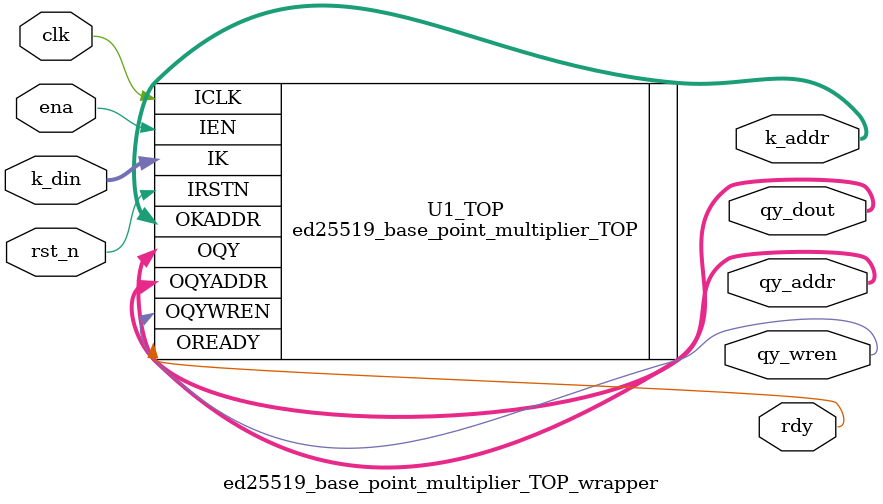
<source format=v>
module ed25519_base_point_multiplier_TOP_wrapper (
	input			clk,
	input			rst_n,
	
	input			ena,
	output			rdy,
	
	output	[2:0]	k_addr,
	output	[2:0]	qy_addr,
	output			qy_wren,
	input	[31:0]	k_din,
	output	[31:0]	qy_dout
);

 ed25519_base_point_multiplier_TOP U1_TOP (
	.ICLK		(clk),
	.IRSTN		(rst_n),
	 
	.IEN		(ena),
	.OREADY		(rdy),
	 
	.OKADDR		(k_addr),
	.OQYADDR	(qy_addr),
	.OQYWREN	(qy_wren),
	.IK			(k_din),
	.OQY		(qy_dout)
 );

endmodule

</source>
